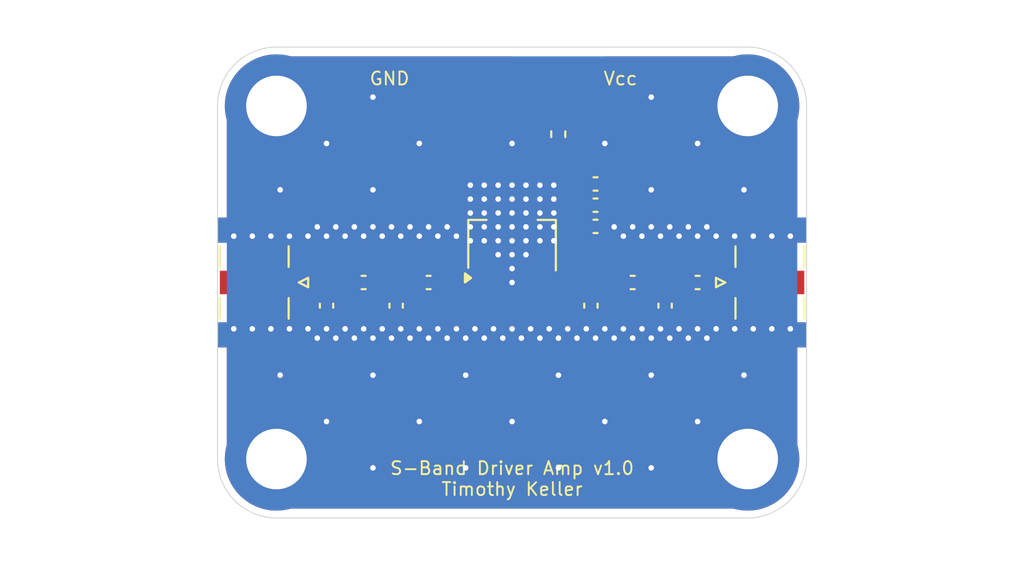
<source format=kicad_pcb>
(kicad_pcb (version 20240108) (generator "pcbnew") (generator_version "8.0")
  (title_block (title "S-Band Driver Amp") (date "2024-05-05") (rev "v1.0") (company "openEPR") (comment 1 "Timothy Keller"))
  (layers (0 "F.Cu" signal) (31 "B.Cu" signal) (34 "B.Paste" user) (35 "F.Paste" user) (36 "B.SilkS" user "B.Silkscreen") (37 "F.SilkS" user "F.Silkscreen") (38 "B.Mask" user) (39 "F.Mask" user) (44 "Edge.Cuts" user))
  (net 0 "")
  (net 1 "Net-(C1-Pad2)")
  (net 2 "Net-(J1-In)")
  (net 3 "Net-(J2-In)")
  (net 4 "Net-(C2-Pad1)")
  (net 5 "GND")
  (net 6 "VCC")
  (net 7 "Net-(C10-Pad2)")
  (net 8 "Net-(C8-Pad2)")
  (net 9 "Net-(C5-Pad1)")
  (footprint "Capacitor_SMD:C_0402_1005Metric" (layer "F.Cu") (at 114.4 58.4 90)
    (property "Reference" "C3" (hide yes))
    (property "Value" "1.3pF")
    (fp_line (start -0.107836 -0.36) (end 0.107836 -0.36) (stroke (width 0.12)) (layer "F.SilkS"))
    (fp_line (start -0.107836 0.36) (end 0.107836 0.36) (stroke (width 0.12)) (layer "F.SilkS"))
    (pad "1" smd roundrect (at -0.48 0 90) (size 0.56 0.62) (layers "F.Cu" "F.Paste" "F.Mask") (net 5 "GND"))
    (pad "2" smd roundrect (at 0.48 0 90) (size 0.56 0.62) (layers "F.Cu" "F.Paste" "F.Mask") (net 1 "Net-(C1-Pad2)"))
  )
  (footprint "Resistor_SMD:R_0402_1005Metric" (layer "F.Cu") (at 123.14 49.15 -90)
    (property "Reference" "R1" (hide yes))
    (property "Value" "0")
    (fp_line (start -0.153641 0.38) (end 0.153641 0.38) (stroke (width 0.12)) (layer "F.SilkS"))
    (fp_line (start -0.153641 -0.38) (end 0.153641 -0.38) (stroke (width 0.12)) (layer "F.SilkS"))
    (pad "1" smd roundrect (at -0.51 0 270) (size 0.54 0.64) (layers "F.Cu" "F.Paste" "F.Mask") (net 6 "VCC"))
    (pad "2" smd roundrect (at 0.51 0 270) (size 0.54 0.64) (layers "F.Cu" "F.Paste" "F.Mask") (net 9 "Net-(C5-Pad1)"))
  )
  (footprint "Package_TO_SOT_SMD:SOT-89-3" (layer "F.Cu") (at 120.65 55.1335 90)
    (property "Reference" "U1" (hide yes))
    (property "Value" "SKY65162-70LF")
    (fp_line (start -1.22 -2.36) (end 1.36 -2.36) (stroke (width 0.12)) (layer "F.SilkS"))
    (fp_line (start 1.36 -1.38) (end 1.36 -2.36) (stroke (width 0.12)) (layer "F.SilkS"))
    (fp_line (start 1.36 1.38) (end 1.36 2.36) (stroke (width 0.12)) (layer "F.SilkS"))
    (fp_line (start 1.36 2.36) (end -1.36 2.36) (stroke (width 0.12)) (layer "F.SilkS"))
    (fp_poly (pts (xy -1.77 -2.21) (xy -2.01 -2.54) (xy -1.53 -2.54) (xy -1.77 -2.21)) (stroke (width 0.12)) (fill solid) (layer "F.SilkS"))
    (pad "1" smd roundrect (at -1.95 -1.5 90) (size 1.3 0.9) (layers "F.Cu" "F.Paste" "F.Mask") (net 8 "Net-(C8-Pad2)"))
    (pad "2" smd custom (at -1.8625 0 90) (size 1.475 0.9) (layers "F.Cu" "F.Paste" "F.Mask") (net 5 "GND") (options (clearance outline) (anchor rect)) (primitives (gr_poly (pts (xy 3.8625 0.8665) (xy 0.7375 0.8665) (xy 0.7375 -0.8665) (xy 3.8625 -0.8665)) (width 0) (fill yes))))
    (pad "3" smd roundrect (at -1.95 1.5 90) (size 1.3 0.9) (layers "F.Cu" "F.Paste" "F.Mask") (net 4 "Net-(C2-Pad1)"))
  )
  (footprint "Connector_Coaxial:SMA_Samtec_SMA-J-P-X-ST-EM1_EdgeMount" (layer "F.Cu") (at 106.8975 57.15 -90)
    (property "Reference" "J1" (hide yes))
    (property "Value" "Conn_Coaxial")
    (fp_line (start -1.95 2) (end -0.84 2) (stroke (width 0.12)) (layer "F.SilkS"))
    (fp_line (start 0.84 2) (end 1.95 2) (stroke (width 0.12)) (layer "F.SilkS"))
    (fp_line (start -1.95 -1.71) (end -0.84 -1.71) (stroke (width 0.12)) (layer "F.SilkS"))
    (fp_line (start 0.84 -1.71) (end 1.95 -1.71) (stroke (width 0.12)) (layer "F.SilkS"))
    (fp_line (start 0 -2.26) (end 0.25 -2.76) (stroke (width 0.12)) (layer "F.SilkS"))
    (fp_line (start -0.25 -2.76) (end 0 -2.26) (stroke (width 0.12)) (layer "F.SilkS"))
    (fp_line (start 0.25 -2.76) (end -0.25 -2.76) (stroke (width 0.12)) (layer "F.SilkS"))
    (pad "1" smd rect (at 0 0.2 270) (size 1.27 3.6) (layers "F.Cu" "F.Paste" "F.Mask") (net 2 "Net-(J1-In)"))
    (pad "2" smd rect (at -2.825 0 270) (size 1.35 4.2) (layers "F.Cu" "F.Paste" "F.Mask") (net 5 "GND"))
    (pad "2" smd rect (at -2.825 0 270) (size 1.35 4.2) (layers "B.Cu" "B.Paste" "B.Mask") (net 5 "GND"))
    (pad "2" smd rect (at 2.825 0 270) (size 1.35 4.2) (layers "F.Cu" "F.Paste" "F.Mask") (net 5 "GND"))
    (pad "2" smd rect (at 2.825 0 270) (size 1.35 4.2) (layers "B.Cu" "B.Paste" "B.Mask") (net 5 "GND"))
  )
  (footprint "Capacitor_SMD:C_0402_1005Metric" (layer "F.Cu") (at 125.15 54.122)
    (property "Reference" "C5" (hide yes))
    (property "Value" "1nF")
    (fp_line (start -0.107836 -0.36) (end 0.107836 -0.36) (stroke (width 0.12)) (layer "F.SilkS"))
    (fp_line (start -0.107836 0.36) (end 0.107836 0.36) (stroke (width 0.12)) (layer "F.SilkS"))
    (pad "1" smd roundrect (at -0.48 0) (size 0.56 0.62) (layers "F.Cu" "F.Paste" "F.Mask") (net 9 "Net-(C5-Pad1)"))
    (pad "2" smd roundrect (at 0.48 0) (size 0.56 0.62) (layers "F.Cu" "F.Paste" "F.Mask") (net 5 "GND"))
  )
  (footprint "Inductor_SMD:L_0402_1005Metric" (layer "F.Cu") (at 124.1 55.9 -90)
    (property "Reference" "L1" (hide yes))
    (property "Value" "8.7nH")
    (pad "1" smd roundrect (at -0.485 0 270) (size 0.59 0.64) (layers "F.Cu" "F.Paste" "F.Mask") (net 9 "Net-(C5-Pad1)"))
    (pad "2" smd roundrect (at 0.485 0 270) (size 0.59 0.64) (layers "F.Cu" "F.Paste" "F.Mask") (net 4 "Net-(C2-Pad1)"))
  )
  (footprint "Capacitor_SMD:C_0402_1005Metric" (layer "F.Cu") (at 128.9 58.4 90)
    (property "Reference" "C10" (hide yes))
    (property "Value" "2.7pF")
    (fp_line (start -0.107836 -0.36) (end 0.107836 -0.36) (stroke (width 0.12)) (layer "F.SilkS"))
    (fp_line (start -0.107836 0.36) (end 0.107836 0.36) (stroke (width 0.12)) (layer "F.SilkS"))
    (pad "1" smd roundrect (at -0.48 0 90) (size 0.56 0.62) (layers "F.Cu" "F.Paste" "F.Mask") (net 5 "GND"))
    (pad "2" smd roundrect (at 0.48 0 90) (size 0.56 0.62) (layers "F.Cu" "F.Paste" "F.Mask") (net 7 "Net-(C10-Pad2)"))
  )
  (footprint "Capacitor_SMD:C_0402_1005Metric" (layer "F.Cu") (at 125.15 51.836)
    (property "Reference" "C6" (hide yes))
    (property "Value" "1uF")
    (fp_line (start -0.107836 -0.36) (end 0.107836 -0.36) (stroke (width 0.12)) (layer "F.SilkS"))
    (fp_line (start -0.107836 0.36) (end 0.107836 0.36) (stroke (width 0.12)) (layer "F.SilkS"))
    (pad "1" smd roundrect (at -0.48 0) (size 0.56 0.62) (layers "F.Cu" "F.Paste" "F.Mask") (net 9 "Net-(C5-Pad1)"))
    (pad "2" smd roundrect (at 0.48 0) (size 0.56 0.62) (layers "F.Cu" "F.Paste" "F.Mask") (net 5 "GND"))
  )
  (footprint "Capacitor_SMD:C_0402_1005Metric" (layer "F.Cu") (at 130.65 57.15)
    (property "Reference" "C11" (hide yes))
    (property "Value" "4.7pF")
    (fp_line (start -0.107836 -0.36) (end 0.107836 -0.36) (stroke (width 0.12)) (layer "F.SilkS"))
    (fp_line (start -0.107836 0.36) (end 0.107836 0.36) (stroke (width 0.12)) (layer "F.SilkS"))
    (pad "1" smd roundrect (at -0.48 0) (size 0.56 0.62) (layers "F.Cu" "F.Paste" "F.Mask") (net 7 "Net-(C10-Pad2)"))
    (pad "2" smd roundrect (at 0.48 0) (size 0.56 0.62) (layers "F.Cu" "F.Paste" "F.Mask") (net 3 "Net-(J2-In)"))
  )
  (footprint "Capacitor_SMD:C_0402_1005Metric" (layer "F.Cu") (at 116.15 57.15)
    (property "Reference" "C8" (hide yes))
    (property "Value" "1.3pF")
    (fp_line (start -0.107836 -0.36) (end 0.107836 -0.36) (stroke (width 0.12)) (layer "F.SilkS"))
    (fp_line (start -0.107836 0.36) (end 0.107836 0.36) (stroke (width 0.12)) (layer "F.SilkS"))
    (pad "1" smd roundrect (at -0.48 0) (size 0.56 0.62) (layers "F.Cu" "F.Paste" "F.Mask") (net 1 "Net-(C1-Pad2)"))
    (pad "2" smd roundrect (at 0.48 0) (size 0.56 0.62) (layers "F.Cu" "F.Paste" "F.Mask") (net 8 "Net-(C8-Pad2)"))
  )
  (footprint "Capacitor_SMD:C_0402_1005Metric" (layer "F.Cu") (at 124.9 58.4 90)
    (property "Reference" "C4" (hide yes))
    (property "Value" "2.7pF")
    (fp_line (start -0.107836 -0.36) (end 0.107836 -0.36) (stroke (width 0.12)) (layer "F.SilkS"))
    (fp_line (start -0.107836 0.36) (end 0.107836 0.36) (stroke (width 0.12)) (layer "F.SilkS"))
    (pad "1" smd roundrect (at -0.48 0 90) (size 0.56 0.62) (layers "F.Cu" "F.Paste" "F.Mask") (net 5 "GND"))
    (pad "2" smd roundrect (at 0.48 0 90) (size 0.56 0.62) (layers "F.Cu" "F.Paste" "F.Mask") (net 4 "Net-(C2-Pad1)"))
  )
  (footprint "Capacitor_SMD:C_0402_1005Metric" (layer "F.Cu") (at 125.15 52.979)
    (property "Reference" "C7" (hide yes))
    (property "Value" "10nF")
    (fp_line (start -0.107836 -0.36) (end 0.107836 -0.36) (stroke (width 0.12)) (layer "F.SilkS"))
    (fp_line (start -0.107836 0.36) (end 0.107836 0.36) (stroke (width 0.12)) (layer "F.SilkS"))
    (pad "1" smd roundrect (at -0.48 0) (size 0.56 0.62) (layers "F.Cu" "F.Paste" "F.Mask") (net 9 "Net-(C5-Pad1)"))
    (pad "2" smd roundrect (at 0.48 0) (size 0.56 0.62) (layers "F.Cu" "F.Paste" "F.Mask") (net 5 "GND"))
  )
  (footprint "B12T_MountingHole:4-40_Hole_Pad" (layer "F.Cu") (at 133.35 66.675)
    (property "Reference" "H2" (hide yes))
    (property "Value" "4-40")
    (pad "1" thru_hole circle (at 0 0) (size 5.5626 5.5626) (drill 3.2639) (layers "*.Cu" "*.Mask") (net 5 "GND"))
  )
  (footprint "B12T_MountingHole:4-40_Hole_Pad" (layer "F.Cu") (at 133.35 47.625)
    (property "Reference" "H4" (hide yes))
    (property "Value" "4-40")
    (pad "1" thru_hole circle (at 0 0) (size 5.5626 5.5626) (drill 3.2639) (layers "*.Cu" "*.Mask") (net 5 "GND"))
  )
  (footprint "Connector_Coaxial:SMA_Samtec_SMA-J-P-X-ST-EM1_EdgeMount" (layer "F.Cu") (at 134.4025 57.15 90)
    (property "Reference" "J2" (hide yes))
    (property "Value" "Conn_Coaxial")
    (fp_line (start 0.25 -2.76) (end -0.25 -2.76) (stroke (width 0.12)) (layer "F.SilkS"))
    (fp_line (start -0.25 -2.76) (end 0 -2.26) (stroke (width 0.12)) (layer "F.SilkS"))
    (fp_line (start 0 -2.26) (end 0.25 -2.76) (stroke (width 0.12)) (layer "F.SilkS"))
    (fp_line (start 0.84 -1.71) (end 1.95 -1.71) (stroke (width 0.12)) (layer "F.SilkS"))
    (fp_line (start -1.95 -1.71) (end -0.84 -1.71) (stroke (width 0.12)) (layer "F.SilkS"))
    (fp_line (start 0.84 2) (end 1.95 2) (stroke (width 0.12)) (layer "F.SilkS"))
    (fp_line (start -1.95 2) (end -0.84 2) (stroke (width 0.12)) (layer "F.SilkS"))
    (pad "1" smd rect (at 0 0.2 90) (size 1.27 3.6) (layers "F.Cu" "F.Paste" "F.Mask") (net 3 "Net-(J2-In)"))
    (pad "2" smd rect (at -2.825 0 90) (size 1.35 4.2) (layers "F.Cu" "F.Paste" "F.Mask") (net 5 "GND"))
    (pad "2" smd rect (at -2.825 0 90) (size 1.35 4.2) (layers "B.Cu" "B.Paste" "B.Mask") (net 5 "GND"))
    (pad "2" smd rect (at 2.825 0 90) (size 1.35 4.2) (layers "F.Cu" "F.Paste" "F.Mask") (net 5 "GND"))
    (pad "2" smd rect (at 2.825 0 90) (size 1.35 4.2) (layers "B.Cu" "B.Paste" "B.Mask") (net 5 "GND"))
  )
  (footprint "Capacitor_SMD:C_0402_1005Metric" (layer "F.Cu") (at 127.15 57.15)
    (property "Reference" "C2" (hide yes))
    (property "Value" "4.7pF")
    (fp_line (start -0.107836 -0.36) (end 0.107836 -0.36) (stroke (width 0.12)) (layer "F.SilkS"))
    (fp_line (start -0.107836 0.36) (end 0.107836 0.36) (stroke (width 0.12)) (layer "F.SilkS"))
    (pad "1" smd roundrect (at -0.48 0) (size 0.56 0.62) (layers "F.Cu" "F.Paste" "F.Mask") (net 4 "Net-(C2-Pad1)"))
    (pad "2" smd roundrect (at 0.48 0) (size 0.56 0.62) (layers "F.Cu" "F.Paste" "F.Mask") (net 7 "Net-(C10-Pad2)"))
  )
  (footprint "Capacitor_SMD:C_0402_1005Metric" (layer "F.Cu") (at 112.65 57.15)
    (property "Reference" "C1" (hide yes))
    (property "Value" "1.3pF")
    (fp_line (start -0.107836 -0.36) (end 0.107836 -0.36) (stroke (width 0.12)) (layer "F.SilkS"))
    (fp_line (start -0.107836 0.36) (end 0.107836 0.36) (stroke (width 0.12)) (layer "F.SilkS"))
    (pad "1" smd roundrect (at -0.48 0) (size 0.56 0.62) (layers "F.Cu" "F.Paste" "F.Mask") (net 2 "Net-(J1-In)"))
    (pad "2" smd roundrect (at 0.48 0) (size 0.56 0.62) (layers "F.Cu" "F.Paste" "F.Mask") (net 1 "Net-(C1-Pad2)"))
  )
  (footprint "B12T_MountingHole:4-40_Hole_Pad" (layer "F.Cu") (at 107.95 66.675)
    (property "Reference" "H1" (hide yes))
    (property "Value" "4-40")
    (pad "1" thru_hole circle (at 0 0) (size 5.5626 5.5626) (drill 3.2639) (layers "*.Cu" "*.Mask") (net 5 "GND"))
  )
  (footprint "B12T_MountingHole:4-40_Hole_Pad" (layer "F.Cu") (at 107.95 47.625)
    (property "Reference" "H3" (hide yes))
    (property "Value" "4-40")
    (pad "1" thru_hole circle (at 0 0) (size 5.5626 5.5626) (drill 3.2639) (layers "*.Cu" "*.Mask") (net 5 "GND"))
  )
  (footprint "Capacitor_SMD:C_0402_1005Metric" (layer "F.Cu") (at 110.65 58.4 90)
    (property "Reference" "C9" (hide yes))
    (property "Value" "1.3pF")
    (fp_line (start -0.107836 -0.36) (end 0.107836 -0.36) (stroke (width 0.12)) (layer "F.SilkS"))
    (fp_line (start -0.107836 0.36) (end 0.107836 0.36) (stroke (width 0.12)) (layer "F.SilkS"))
    (pad "1" smd roundrect (at -0.48 0 90) (size 0.56 0.62) (layers "F.Cu" "F.Paste" "F.Mask") (net 5 "GND"))
    (pad "2" smd roundrect (at 0.48 0 90) (size 0.56 0.62) (layers "F.Cu" "F.Paste" "F.Mask") (net 2 "Net-(J1-In)"))
  )
  (gr_arc (start 133.35 44.45) (mid 135.595064 45.379936) (end 136.525 47.625) (stroke (width 0.05)) (layer "Edge.Cuts"))
  (gr_line (start 104.775 66.675) (end 104.775 47.625) (stroke (width 0.05)) (layer "Edge.Cuts"))
  (gr_arc (start 104.775 47.625) (mid 105.704936 45.379936) (end 107.95 44.45) (stroke (width 0.05)) (layer "Edge.Cuts"))
  (gr_line (start 136.525 47.625) (end 136.525 66.675) (stroke (width 0.05)) (layer "Edge.Cuts"))
  (gr_line (start 133.35 69.85) (end 107.95 69.85) (stroke (width 0.05)) (layer "Edge.Cuts"))
  (gr_arc (start 107.95 69.85) (mid 105.704936 68.920064) (end 104.775 66.675) (stroke (width 0.05)) (layer "Edge.Cuts"))
  (gr_arc (start 136.525 66.675) (mid 135.595064 68.920064) (end 133.35 69.85) (stroke (width 0.05)) (layer "Edge.Cuts"))
  (gr_line (start 107.95 44.45) (end 133.35 44.45) (stroke (width 0.05)) (layer "Edge.Cuts"))
  (gr_text "GND" (at 114.046 46.15 0) (layer "F.SilkS") (effects (font (size 0.7 0.7) (thickness 0.1))))
  (gr_text "Vcc" (at 126.492 46.15 0) (layer "F.SilkS") (effects (font (size 0.7 0.7) (thickness 0.1))))
  (gr_text "${TITLE} ${REVISION}\n${COMMENT1}" (at 120.65 68.707 0) (layer "F.SilkS") (effects (font (size 0.7 0.7) (thickness 0.1)) (justify bottom)))
  (via (at 119.15 60.15) (size 0.6) (drill 0.3) (layers "F.Cu" "B.Cu") (net 5))
  (via (at 109.65 54.65) (size 0.6) (drill 0.3) (layers "F.Cu" "B.Cu") (net 5))
  (via (at 120.65 56.4) (size 0.6) (drill 0.3) (layers "F.Cu" "B.Cu") (net 5))
  (via (at 121.65 59.65) (size 0.6) (drill 0.3) (layers "F.Cu" "B.Cu") (net 5))
  (via (at 120.65 59.65) (size 0.6) (drill 0.3) (layers "F.Cu" "B.Cu") (net 5))
  (via (at 119.15 54.15) (size 0.6) (drill 0.3) (layers "F.Cu" "B.Cu") (net 5))
  (via (at 119.9 55.65) (size 0.6) (drill 0.3) (layers "F.Cu" "B.Cu") (net 5))
  (via (at 119.9 54.9) (size 0.6) (drill 0.3) (layers "F.Cu" "B.Cu") (net 5))
  (via (at 124.65 59.65) (size 0.6) (drill 0.3) (layers "F.Cu" "B.Cu") (net 5))
  (via (at 118.15 67.15) (size 0.6) (drill 0.3) (layers "F.Cu" "B.Cu") (net 5))
  (via (at 118.15 60.15) (size 0.6) (drill 0.3) (layers "F.Cu" "B.Cu") (net 5))
  (via (at 125.15 60.15) (size 0.6) (drill 0.3) (layers "F.Cu" "B.Cu") (net 5))
  (via (at 113.15 62.15) (size 0.6) (drill 0.3) (layers "F.Cu" "B.Cu") (net 5))
  (via (at 120.65 54.15) (size 0.6) (drill 0.3) (layers "F.Cu" "B.Cu") (net 5))
  (via (at 125.65 59.65) (size 0.6) (drill 0.3) (layers "F.Cu" "B.Cu") (net 5))
  (via (at 120.65 52.65) (size 0.6) (drill 0.3) (layers "F.Cu" "B.Cu") (net 5))
  (via (at 110.65 49.65) (size 0.6) (drill 0.3) (layers "F.Cu" "B.Cu") (net 5))
  (via (at 134.65 59.65) (size 0.6) (drill 0.3) (layers "F.Cu" "B.Cu") (net 5))
  (via (at 123.15 62.15) (size 0.6) (drill 0.3) (layers "F.Cu" "B.Cu") (net 5))
  (via (at 118.4 51.9) (size 0.6) (drill 0.3) (layers "F.Cu" "B.Cu") (net 5))
  (via (at 115.65 54.65) (size 0.6) (drill 0.3) (layers "F.Cu" "B.Cu") (net 5))
  (via (at 121.4 54.9) (size 0.6) (drill 0.3) (layers "F.Cu" "B.Cu") (net 5))
  (via (at 122.65 59.65) (size 0.6) (drill 0.3) (layers "F.Cu" "B.Cu") (net 5))
  (via (at 113.15 52.15) (size 0.6) (drill 0.3) (layers "F.Cu" "B.Cu") (net 5))
  (via (at 114.65 59.65) (size 0.6) (drill 0.3) (layers "F.Cu" "B.Cu") (net 5))
  (via (at 126.65 59.65) (size 0.6) (drill 0.3) (layers "F.Cu" "B.Cu") (net 5))
  (via (at 112.65 54.65) (size 0.6) (drill 0.3) (layers "F.Cu" "B.Cu") (net 5))
  (via (at 118.4 54.9) (size 0.6) (drill 0.3) (layers "F.Cu" "B.Cu") (net 5))
  (via (at 113.15 47.15) (size 0.6) (drill 0.3) (layers "F.Cu" "B.Cu") (net 5))
  (via (at 126.65 54.65) (size 0.6) (drill 0.3) (layers "F.Cu" "B.Cu") (net 5))
  (via (at 118.4 53.4) (size 0.6) (drill 0.3) (layers "F.Cu" "B.Cu") (net 5))
  (via (at 122.15 52.65) (size 0.6) (drill 0.3) (layers "F.Cu" "B.Cu") (net 5))
  (via (at 134.65 54.65) (size 0.6) (drill 0.3) (layers "F.Cu" "B.Cu") (net 5))
  (via (at 119.15 53.4) (size 0.6) (drill 0.3) (layers "F.Cu" "B.Cu") (net 5))
  (via (at 133.15 62.15) (size 0.6) (drill 0.3) (layers "F.Cu" "B.Cu") (net 5))
  (via (at 107.65 54.65) (size 0.6) (drill 0.3) (layers "F.Cu" "B.Cu") (net 5))
  (via (at 123.15 60.15) (size 0.6) (drill 0.3) (layers "F.Cu" "B.Cu") (net 5))
  (via (at 131.15 60.15) (size 0.6) (drill 0.3) (layers "F.Cu" "B.Cu") (net 5))
  (via (at 113.65 54.65) (size 0.6) (drill 0.3) (layers "F.Cu" "B.Cu") (net 5))
  (via (at 116.15 60.15) (size 0.6) (drill 0.3) (layers "F.Cu" "B.Cu") (net 5))
  (via (at 111.15 60.15) (size 0.6) (drill 0.3) (layers "F.Cu" "B.Cu") (net 5))
  (via (at 129.15 54.15) (size 0.6) (drill 0.3) (layers "F.Cu" "B.Cu") (net 5))
  (via (at 113.15 54.15) (size 0.6) (drill 0.3) (layers "F.Cu" "B.Cu") (net 5))
  (via (at 119.9 53.4) (size 0.6) (drill 0.3) (layers "F.Cu" "B.Cu") (net 5))
  (via (at 120.65 51.9) (size 0.6) (drill 0.3) (layers "F.Cu" "B.Cu") (net 5))
  (via (at 118.65 59.65) (size 0.6) (drill 0.3) (layers "F.Cu" "B.Cu") (net 5))
  (via (at 121.4 51.9) (size 0.6) (drill 0.3) (layers "F.Cu" "B.Cu") (net 5))
  (via (at 131.65 54.65) (size 0.6) (drill 0.3) (layers "F.Cu" "B.Cu") (net 5))
  (via (at 112.15 60.15) (size 0.6) (drill 0.3) (layers "F.Cu" "B.Cu") (net 5))
  (via (at 129.65 54.65) (size 0.6) (drill 0.3) (layers "F.Cu" "B.Cu") (net 5))
  (via (at 126.15 54.15) (size 0.6) (drill 0.3) (layers "F.Cu" "B.Cu") (net 5))
  (via (at 135.65 59.65) (size 0.6) (drill 0.3) (layers "F.Cu" "B.Cu") (net 5))
  (via (at 122.15 54.15) (size 0.6) (drill 0.3) (layers "F.Cu" "B.Cu") (net 5))
  (via (at 130.65 49.65) (size 0.6) (drill 0.3) (layers "F.Cu" "B.Cu") (net 5))
  (via (at 119.65 59.65) (size 0.6) (drill 0.3) (layers "F.Cu" "B.Cu") (net 5))
  (via (at 127.65 54.65) (size 0.6) (drill 0.3) (layers "F.Cu" "B.Cu") (net 5))
  (via (at 119.15 52.65) (size 0.6) (drill 0.3) (layers "F.Cu" "B.Cu") (net 5))
  (via (at 120.15 60.15) (size 0.6) (drill 0.3) (layers "F.Cu" "B.Cu") (net 5))
  (via (at 122.9 53.4) (size 0.6) (drill 0.3) (layers "F.Cu" "B.Cu") (net 5))
  (via (at 117.15 54.15) (size 0.6) (drill 0.3) (layers "F.Cu" "B.Cu") (net 5))
  (via (at 121.4 54.15) (size 0.6) (drill 0.3) (layers "F.Cu" "B.Cu") (net 5))
  (via (at 118.4 54.15) (size 0.6) (drill 0.3) (layers "F.Cu" "B.Cu") (net 5))
  (via (at 130.65 64.65) (size 0.6) (drill 0.3) (layers "F.Cu" "B.Cu") (net 5))
  (via (at 122.9 51.9) (size 0.6) (drill 0.3) (layers "F.Cu" "B.Cu") (net 5))
  (via (at 118.15 62.15) (size 0.6) (drill 0.3) (layers "F.Cu" "B.Cu") (net 5))
  (via (at 128.15 62.15) (size 0.6) (drill 0.3) (layers "F.Cu" "B.Cu") (net 5))
  (via (at 130.15 60.15) (size 0.6) (drill 0.3) (layers "F.Cu" "B.Cu") (net 5))
  (via (at 105.65 54.65) (size 0.6) (drill 0.3) (layers "F.Cu" "B.Cu") (net 5))
  (via (at 111.15 54.15) (size 0.6) (drill 0.3) (layers "F.Cu" "B.Cu") (net 5))
  (via (at 132.65 54.65) (size 0.6) (drill 0.3) (layers "F.Cu" "B.Cu") (net 5))
  (via (at 115.65 49.65) (size 0.6) (drill 0.3) (layers "F.Cu" "B.Cu") (net 5))
  (via (at 130.65 54.65) (size 0.6) (drill 0.3) (layers "F.Cu" "B.Cu") (net 5))
  (via (at 125.65 49.65) (size 0.6) (drill 0.3) (layers "F.Cu" "B.Cu") (net 5))
  (via (at 128.15 54.15) (size 0.6) (drill 0.3) (layers "F.Cu" "B.Cu") (net 5))
  (via (at 105.65 59.65) (size 0.6) (drill 0.3) (layers "F.Cu" "B.Cu") (net 5))
  (via (at 117.65 59.65) (size 0.6) (drill 0.3) (layers "F.Cu" "B.Cu") (net 5))
  (via (at 110.65 54.65) (size 0.6) (drill 0.3) (layers "F.Cu" "B.Cu") (net 5))
  (via (at 128.15 52.15) (size 0.6) (drill 0.3) (layers "F.Cu" "B.Cu") (net 5))
  (via (at 122.15 54.9) (size 0.6) (drill 0.3) (layers "F.Cu" "B.Cu") (net 5))
  (via (at 119.15 51.9) (size 0.6) (drill 0.3) (layers "F.Cu" "B.Cu") (net 5))
  (via (at 116.15 54.15) (size 0.6) (drill 0.3) (layers "F.Cu" "B.Cu") (net 5))
  (via (at 115.15 60.15) (size 0.6) (drill 0.3) (layers "F.Cu" "B.Cu") (net 5))
  (via (at 120.65 54.9) (size 0.6) (drill 0.3) (layers "F.Cu" "B.Cu") (net 5))
  (via (at 132.65 59.65) (size 0.6) (drill 0.3) (layers "F.Cu" "B.Cu") (net 5))
  (via (at 116.65 54.65) (size 0.6) (drill 0.3) (layers "F.Cu" "B.Cu") (net 5))
  (via (at 115.15 54.15) (size 0.6) (drill 0.3) (layers "F.Cu" "B.Cu") (net 5))
  (via (at 108.65 54.65) (size 0.6) (drill 0.3) (layers "F.Cu" "B.Cu") (net 5))
  (via (at 120.65 49.65) (size 0.6) (drill 0.3) (layers "F.Cu" "B.Cu") (net 5))
  (via (at 131.65 59.65) (size 0.6) (drill 0.3) (layers "F.Cu" "B.Cu") (net 5))
  (via (at 127.15 60.15) (size 0.6) (drill 0.3) (layers "F.Cu" "B.Cu") (net 5))
  (via (at 117.65 54.65) (size 0.6) (drill 0.3) (layers "F.Cu" "B.Cu") (net 5))
  (via (at 111.65 59.65) (size 0.6) (drill 0.3) (layers "F.Cu" "B.Cu") (net 5))
  (via (at 122.9 54.15) (size 0.6) (drill 0.3) (layers "F.Cu" "B.Cu") (net 5))
  (via (at 112.15 54.15) (size 0.6) (drill 0.3) (layers "F.Cu" "B.Cu") (net 5))
  (via (at 122.9 54.9) (size 0.6) (drill 0.3) (layers "F.Cu" "B.Cu") (net 5))
  (via (at 120.65 55.65) (size 0.6) (drill 0.3) (layers "F.Cu" "B.Cu") (net 5))
  (via (at 135.65 54.65) (size 0.6) (drill 0.3) (layers "F.Cu" "B.Cu") (net 5))
  (via (at 133.15 52.15) (size 0.6) (drill 0.3) (layers "F.Cu" "B.Cu") (net 5))
  (via (at 122.9 52.65) (size 0.6) (drill 0.3) (layers "F.Cu" "B.Cu") (net 5))
  (via (at 130.15 54.15) (size 0.6) (drill 0.3) (layers "F.Cu" "B.Cu") (net 5))
  (via (at 122.15 53.4) (size 0.6) (drill 0.3) (layers "F.Cu" "B.Cu") (net 5))
  (via (at 133.65 54.65) (size 0.6) (drill 0.3) (layers "F.Cu" "B.Cu") (net 5))
  (via (at 117.15 60.15) (size 0.6) (drill 0.3) (layers "F.Cu" "B.Cu") (net 5))
  (via (at 110.65 59.65) (size 0.6) (drill 0.3) (layers "F.Cu" "B.Cu") (net 5))
  (via (at 127.65 59.65) (size 0.6) (drill 0.3) (layers "F.Cu" "B.Cu") (net 5))
  (via (at 120.65 53.4) (size 0.6) (drill 0.3) (layers "F.Cu" "B.Cu") (net 5))
  (via (at 119.9 51.9) (size 0.6) (drill 0.3) (layers "F.Cu" "B.Cu") (net 5))
  (via (at 110.65 64.65) (size 0.6) (drill 0.3) (layers "F.Cu" "B.Cu") (net 5))
  (via (at 128.65 59.65) (size 0.6) (drill 0.3) (layers "F.Cu" "B.Cu") (net 5))
  (via (at 120.65 64.65) (size 0.6) (drill 0.3) (layers "F.Cu" "B.Cu") (net 5))
  (via (at 106.65 54.65) (size 0.6) (drill 0.3) (layers "F.Cu" "B.Cu") (net 5))
  (via (at 108.15 52.15) (size 0.6) (drill 0.3) (layers "F.Cu" "B.Cu") (net 5))
  (via (at 111.65 54.65) (size 0.6) (drill 0.3) (layers "F.Cu" "B.Cu") (net 5))
  (via (at 128.65 54.65) (size 0.6) (drill 0.3) (layers "F.Cu" "B.Cu") (net 5))
  (via (at 110.15 60.15) (size 0.6) (drill 0.3) (layers "F.Cu" "B.Cu") (net 5))
  (via (at 120.65 57.15) (size 0.6) (drill 0.3) (layers "F.Cu" "B.Cu") (net 5))
  (via (at 108.15 62.15) (size 0.6) (drill 0.3) (layers "F.Cu" "B.Cu") (net 5))
  (via (at 109.65 59.65) (size 0.6) (drill 0.3) (layers "F.Cu" "B.Cu") (net 5))
  (via (at 121.4 55.65) (size 0.6) (drill 0.3) (layers "F.Cu" "B.Cu") (net 5))
  (via (at 122.15 60.15) (size 0.6) (drill 0.3) (layers "F.Cu" "B.Cu") (net 5))
  (via (at 113.15 67.15) (size 0.6) (drill 0.3) (layers "F.Cu" "B.Cu") (net 5))
  (via (at 121.4 52.65) (size 0.6) (drill 0.3) (layers "F.Cu" "B.Cu") (net 5))
  (via (at 131.15 54.15) (size 0.6) (drill 0.3) (layers "F.Cu" "B.Cu") (net 5))
  (via (at 114.15 54.15) (size 0.6) (drill 0.3) (layers "F.Cu" "B.Cu") (net 5))
  (via (at 126.15 60.15) (size 0.6) (drill 0.3) (layers "F.Cu" "B.Cu") (net 5))
  (via (at 118.4 52.65) (size 0.6) (drill 0.3) (layers "F.Cu" "B.Cu") (net 5))
  (via (at 113.65 59.65) (size 0.6) (drill 0.3) (layers "F.Cu" "B.Cu") (net 5))
  (via (at 116.65 59.65) (size 0.6) (drill 0.3) (layers "F.Cu" "B.Cu") (net 5))
  (via (at 115.65 59.65) (size 0.6) (drill 0.3) (layers "F.Cu" "B.Cu") (net 5))
  (via (at 121.4 53.4) (size 0.6) (drill 0.3) (layers "F.Cu" "B.Cu") (net 5))
  (via (at 119.15 54.9) (size 0.6) (drill 0.3) (layers "F.Cu" "B.Cu") (net 5))
  (via (at 128.15 60.15) (size 0.6) (drill 0.3) (layers "F.Cu" "B.Cu") (net 5))
  (via (at 106.65 59.65) (size 0.6) (drill 0.3) (layers "F.Cu" "B.Cu") (net 5))
  (via (at 128.15 47.15) (size 0.6) (drill 0.3) (layers "F.Cu" "B.Cu") (net 5))
  (via (at 110.15 54.15) (size 0.6) (drill 0.3) (layers "F.Cu" "B.Cu") (net 5))
  (via (at 125.65 64.65) (size 0.6) (drill 0.3) (layers "F.Cu" "B.Cu") (net 5))
  (via (at 113.15 60.15) (size 0.6) (drill 0.3) (layers "F.Cu" "B.Cu") (net 5))
  (via (at 128.15 67.15) (size 0.6) (drill 0.3) (layers "F.Cu" "B.Cu") (net 5))
  (via (at 119.9 54.15) (size 0.6) (drill 0.3) (layers "F.Cu" "B.Cu") (net 5))
  (via (at 114.65 54.65) (size 0.6) (drill 0.3) (layers "F.Cu" "B.Cu") (net 5))
  (via (at 130.65 59.65) (size 0.6) (drill 0.3) (layers "F.Cu" "B.Cu") (net 5))
  (via (at 107.65 59.65) (size 0.6) (drill 0.3) (layers "F.Cu" "B.Cu") (net 5))
  (via (at 127.15 54.15) (size 0.6) (drill 0.3) (layers "F.Cu" "B.Cu") (net 5))
  (via (at 122.15 51.9) (size 0.6) (drill 0.3) (layers "F.Cu" "B.Cu") (net 5))
  (via (at 114.15 60.15) (size 0.6) (drill 0.3) (layers "F.Cu" "B.Cu") (net 5))
  (via (at 121.15 60.15) (size 0.6) (drill 0.3) (layers "F.Cu" "B.Cu") (net 5))
  (via (at 123.65 59.65) (size 0.6) (drill 0.3) (layers "F.Cu" "B.Cu") (net 5))
  (via (at 133.65 59.65) (size 0.6) (drill 0.3) (layers "F.Cu" "B.Cu") (net 5))
  (via (at 129.65 59.65) (size 0.6) (drill 0.3) (layers "F.Cu" "B.Cu") (net 5))
  (via (at 108.65 59.65) (size 0.6) (drill 0.3) (layers "F.Cu" "B.Cu") (net 5))
  (via (at 112.65 59.65) (size 0.6) (drill 0.3) (layers "F.Cu" "B.Cu") (net 5))
  (via (at 119.9 52.65) (size 0.6) (drill 0.3) (layers "F.Cu" "B.Cu") (net 5))
  (via (at 129.15 60.15) (size 0.6) (drill 0.3) (layers "F.Cu" "B.Cu") (net 5))
  (via (at 115.65 64.65) (size 0.6) (drill 0.3) (layers "F.Cu" "B.Cu") (net 5))
  (via (at 123.15 67.15) (size 0.6) (drill 0.3) (layers "F.Cu" "B.Cu") (net 5))
  (via (at 124.15 60.15) (size 0.6) (drill 0.3) (layers "F.Cu" "B.Cu") (net 5))
  (segment (start 124.1 54.692) (end 124.67 54.122) (width 0.5) (layer "F.Cu") (net 9))
  (segment (start 124.67 51.836) (end 124.67 52.979) (width 0.5) (layer "F.Cu") (net 9))
  (segment (start 124.67 54.122) (end 124.67 52.979) (width 0.5) (layer "F.Cu") (net 9))
  (segment (start 124.67 51.836) (end 124.67 51.19) (width 0.5) (layer "F.Cu") (net 9))
  (segment (start 124.1 55.415) (end 124.1 54.692) (width 0.5) (layer "F.Cu") (net 9))
  (segment (start 124.67 51.19) (end 123.14 49.66) (width 0.5) (layer "F.Cu") (net 9))
  (zone (net 6) (net_name "VCC") (layer "F.Cu") (priority 7) (connect_pads yes (clearance 0.5)) (min_thickness 0.25) (fill yes (thermal_gap 0.5) (thermal_bridge_width 0.5))
    (polygon (pts (xy 121.285 45.085) (xy 125.095 45.085) (xy 125.095 48.895) (xy 121.285 48.895)))
  )
  (zone (net 5) (net_name "GND") (layer "F.Cu") (priority 4) (connect_pads yes (clearance 0)) (min_thickness 0.25) (fill yes (thermal_gap 0.5) (thermal_bridge_width 0.5))
    (polygon (pts (xy 136.65 54.9) (xy 132.4 54.9) (xy 131.9 55.4) (xy 125.4 55.4) (xy 125.4 54.65) (xy 125.4 52.65) (xy 136.65 52.65)))
  )
  (zone (net 2) (net_name "Net-(J1-In)") (layer "F.Cu") (connect_pads yes (clearance 0)) (min_thickness 0.25) (fill yes (thermal_gap 0.5) (thermal_bridge_width 0.5))
    (polygon (pts (xy 108.65 56.4) (xy 112.4 56.4) (xy 112.4 57.9) (xy 108.65 57.9) (xy 108.15 57.65) (xy 108.15 56.65)))
  )
  (zone (net 3) (net_name "Net-(J2-In)") (layer "F.Cu") (connect_pads yes (clearance 0)) (min_thickness 0.25) (fill yes (thermal_gap 0.5) (thermal_bridge_width 0.5))
    (polygon (pts (xy 132.65 56.4) (xy 130.9 56.4) (xy 130.9 57.9) (xy 132.65 57.9) (xy 133.15 57.65) (xy 133.15 56.65)))
  )
  (zone (net 5) (net_name "GND") (layer "F.Cu") (priority 5) (connect_pads yes (clearance 0.5)) (min_thickness 0.25) (fill yes (thermal_gap 0.5) (thermal_bridge_width 0.5))
    (polygon (pts (xy 104.65 51.4) (xy 125.4 51.4) (xy 125.4 52.65) (xy 136.65 52.65) (xy 136.65 44.4) (xy 104.65 44.4)))
  )
  (zone (net 1) (net_name "Net-(C1-Pad2)") (layer "F.Cu") (connect_pads yes (clearance 0)) (min_thickness 0.25) (fill yes (thermal_gap 0.5) (thermal_bridge_width 0.5))
    (polygon (pts (xy 112.9 56.4) (xy 115.9 56.4) (xy 115.9 57.9) (xy 112.9 57.9)))
  )
  (zone (net 5) (net_name "GND") (layer "F.Cu") (priority 2) (connect_pads yes (clearance 0)) (min_thickness 0.25) (fill yes (thermal_gap 0.5) (thermal_bridge_width 0.5))
    (polygon (pts (xy 108.9 59.4) (xy 109.4 58.9) (xy 131.9 58.9) (xy 132.4 59.4) (xy 136.65 59.4) (xy 136.65 69.9) (xy 104.65 69.9) (xy 104.65 59.4)))
  )
  (zone (net 4) (net_name "Net-(C2-Pad1)") (layer "F.Cu") (priority 1) (connect_pads yes (clearance 0)) (min_thickness 0.25) (fill yes (thermal_gap 0.5) (thermal_bridge_width 0.5))
    (polygon (pts (xy 126.9 56.4) (xy 122.65 56.4) (xy 122.4 56.4) (xy 122.4 57.65) (xy 122.65 57.9) (xy 126.9 57.9)))
  )
  (zone (net 8) (net_name "Net-(C8-Pad2)") (layer "F.Cu") (priority 1) (connect_pads yes (clearance 0)) (min_thickness 0.25) (fill yes (thermal_gap 0.5) (thermal_bridge_width 0.5))
    (polygon (pts (xy 116.4 56.4) (xy 118.65 56.4) (xy 118.9 56.4) (xy 118.9 57.65) (xy 118.65 57.9) (xy 116.4 57.9)))
  )
  (zone (net 5) (net_name "GND") (layer "F.Cu") (priority 3) (connect_pads yes (clearance 0)) (min_thickness 0.25) (fill yes (thermal_gap 0.5) (thermal_bridge_width 0.5))
    (polygon (pts (xy 104.65 54.9) (xy 108.9 54.9) (xy 109.4 55.4) (xy 118.65 55.4) (xy 119.9 56.15) (xy 121.4 56.15) (xy 122.65 55.4) (xy 123.4 55.4) (xy 123.444 54.356) (xy 123.822 53.848) (xy 123.822 51.4) (xy 104.65 51.4)))
  )
  (zone (net 7) (net_name "Net-(C10-Pad2)") (layer "F.Cu") (connect_pads yes (clearance 0)) (min_thickness 0.25) (fill yes (thermal_gap 0.5) (thermal_bridge_width 0.5))
    (polygon (pts (xy 127.4 56.4) (xy 130.4 56.4) (xy 130.4 57.9) (xy 127.4 57.9)))
  )
  (zone (net 5) (net_name "GND") (layer "B.Cu") (priority 6) (connect_pads yes (clearance 0.5)) (min_thickness 0.25) (fill yes (thermal_gap 0.5) (thermal_bridge_width 0.5))
    (polygon (pts (xy 103.505 43.18) (xy 137.795 43.18) (xy 137.795 71.12) (xy 103.505 71.12)))
  )
)
</source>
